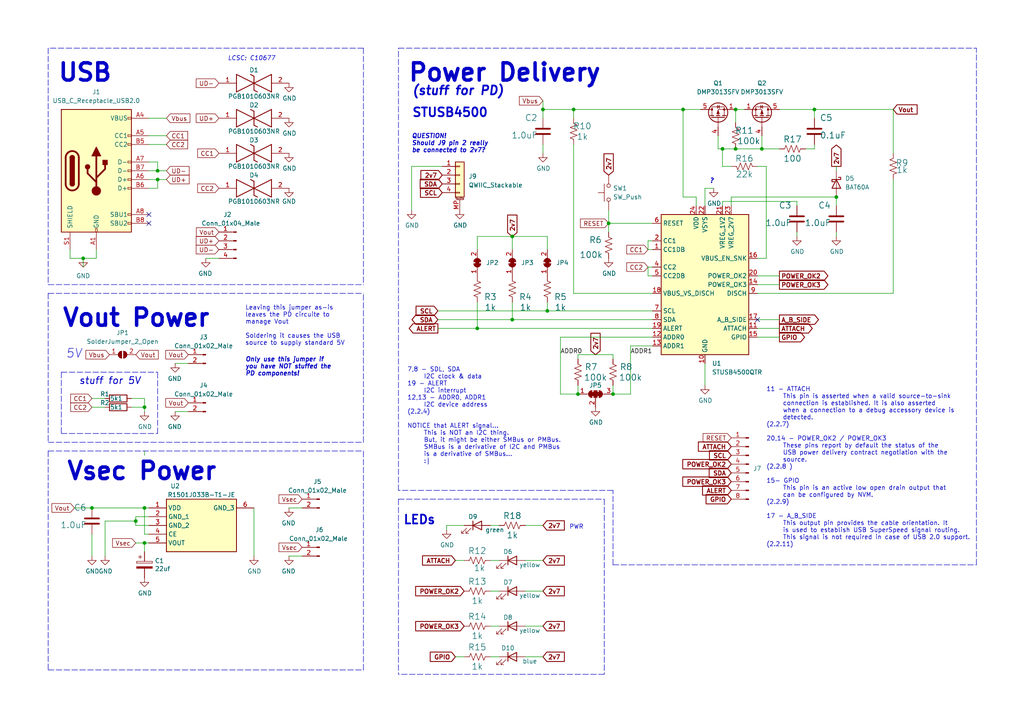
<source format=kicad_sch>
(kicad_sch (version 20211123) (generator eeschema)
  (paper "A4")
  (title_block (title "USB-C (PD) Board") (rev "0.0.1") (company "The Nerd Mage") (comment 1 "Set I2C address by cutting 1 or both links in JP5") (comment 2 "Cut all 3 links in JP2-JP4 to remove I2C pullups") (comment 3 "Stuff U1/C1 for 3v3 power supply") (comment 4 "Stuff only R1/R2 and jump JP1 for 5V (non PD) power on Vout"))
  (junction (at 177.8 114.3))
  (junction (at 157.48 31.75))
  (junction (at 220.98 43.18))
  (junction (at 138.43 95.25))
  (junction (at 213.36 43.18))
  (junction (at 166.37 31.75))
  (junction (at 26.67 147.32))
  (junction (at 41.91 157.48))
  (junction (at 39.37 151.13))
  (junction (at 176.53 64.77))
  (junction (at 198.12 31.75))
  (junction (at 167.64 114.3))
  (junction (at 45.72 49.53))
  (junction (at 236.22 31.75))
  (junction (at 213.36 31.75))
  (junction (at 158.75 90.17))
  (junction (at 242.57 57.15))
  (junction (at 41.91 147.32))
  (junction (at 45.72 52.07))
  (junction (at 24.13 74.93))
  (junction (at 148.59 92.71))
  (junction (at 148.59 68.58))
  (junction (at 209.55 43.18))
  (junction (at 41.91 118.11))
  (no_connect (at 43.18 62.23))
  (no_connect (at 43.18 64.77))
  (no_connect (at 219.71 92.71))
  (wire (pts (xy 127 95.25) (xy 138.43 95.25)))
  (wire (pts (xy 201.93 57.15) (xy 201.93 59.69)))
  (wire (pts (xy 182.88 100.33) (xy 189.23 100.33)))
  (wire (pts (xy 204.47 54.61) (xy 204.47 59.69)))
  (wire (pts (xy 41.91 157.48) (xy 41.91 160.02)))
  (wire (pts (xy 129.54 152.4) (xy 129.54 153.67)))
  (wire (pts (xy 236.22 31.75) (xy 259.08 31.75)))
  (wire (pts (xy 213.36 31.75) (xy 213.36 35.56)))
  (wire (pts (xy 54.61 119.38) (xy 50.8 119.38)))
  (polyline (pts (xy 115.57 144.78) (xy 175.26 144.78)))
  (polyline (pts (xy 105.41 13.97) (xy 105.41 82.55)))
  (wire (pts (xy 209.55 43.18) (xy 213.36 43.18)))
  (wire (pts (xy 176.53 60.96) (xy 176.53 64.77)))
  (wire (pts (xy 43.18 34.29) (xy 48.26 34.29)))
  (wire (pts (xy 43.18 154.94) (xy 41.91 154.94)))
  (wire (pts (xy 219.71 97.79) (xy 226.06 97.79)))
  (wire (pts (xy 242.57 49.53) (xy 242.57 48.26)))
  (wire (pts (xy 177.8 111.76) (xy 177.8 114.3)))
  (wire (pts (xy 219.71 82.55) (xy 226.06 82.55)))
  (wire (pts (xy 87.63 161.29) (xy 83.82 161.29)))
  (polyline (pts (xy 105.41 13.97) (xy 13.97 13.97)))
  (wire (pts (xy 198.12 31.75) (xy 203.2 31.75)))
  (polyline (pts (xy 13.97 128.27) (xy 105.41 128.27)))
  (wire (pts (xy 157.48 31.75) (xy 166.37 31.75)))
  (polyline (pts (xy 115.57 144.78) (xy 115.57 195.58)))
  (wire (pts (xy 198.12 57.15) (xy 201.93 57.15)))
  (wire (pts (xy 152.4 162.56) (xy 157.48 162.56)))
  (wire (pts (xy 127 92.71) (xy 148.59 92.71)))
  (wire (pts (xy 187.96 69.85) (xy 187.96 72.39)))
  (wire (pts (xy 158.75 72.39) (xy 158.75 68.58)))
  (polyline (pts (xy 105.41 128.27) (xy 105.41 85.09)))
  (wire (pts (xy 41.91 118.11) (xy 41.91 119.38)))
  (wire (pts (xy 142.24 171.45) (xy 144.78 171.45)))
  (polyline (pts (xy 45.72 125.73) (xy 45.72 107.95)))
  (wire (pts (xy 20.32 74.93) (xy 24.13 74.93)))
  (wire (pts (xy 45.72 49.53) (xy 48.26 49.53)))
  (wire (pts (xy 43.18 54.61) (xy 45.72 54.61)))
  (wire (pts (xy 26.67 115.57) (xy 30.48 115.57)))
  (wire (pts (xy 231.14 58.42) (xy 231.14 59.69)))
  (wire (pts (xy 158.75 87.63) (xy 158.75 90.17)))
  (polyline (pts (xy 17.78 125.73) (xy 45.72 125.73)))
  (wire (pts (xy 128.27 48.26) (xy 119.38 48.26)))
  (wire (pts (xy 129.54 152.4) (xy 134.62 152.4)))
  (wire (pts (xy 233.68 43.18) (xy 236.22 43.18)))
  (wire (pts (xy 152.4 190.5) (xy 157.48 190.5)))
  (wire (pts (xy 212.09 59.69) (xy 212.09 57.15)))
  (polyline (pts (xy 13.97 130.81) (xy 105.41 130.81)))
  (wire (pts (xy 134.62 190.5) (xy 132.08 190.5)))
  (wire (pts (xy 157.48 41.91) (xy 157.48 44.45)))
  (wire (pts (xy 167.64 111.76) (xy 167.64 114.3)))
  (wire (pts (xy 204.47 105.41) (xy 204.47 111.76)))
  (wire (pts (xy 43.18 41.91) (xy 48.26 41.91)))
  (wire (pts (xy 209.55 58.42) (xy 209.55 59.69)))
  (wire (pts (xy 148.59 68.58) (xy 138.43 68.58)))
  (polyline (pts (xy 13.97 85.09) (xy 13.97 128.27)))
  (wire (pts (xy 189.23 69.85) (xy 187.96 69.85)))
  (polyline (pts (xy 17.78 107.95) (xy 17.78 125.73)))
  (wire (pts (xy 152.4 181.61) (xy 157.48 181.61)))
  (polyline (pts (xy 175.26 195.58) (xy 115.57 195.58)))
  (wire (pts (xy 157.48 31.75) (xy 157.48 34.29)))
  (wire (pts (xy 38.1 115.57) (xy 41.91 115.57)))
  (polyline (pts (xy 13.97 194.31) (xy 105.41 194.31)))
  (wire (pts (xy 43.18 46.99) (xy 45.72 46.99)))
  (wire (pts (xy 63.5 74.93) (xy 59.69 74.93)))
  (wire (pts (xy 157.48 29.21) (xy 157.48 31.75)))
  (wire (pts (xy 138.43 87.63) (xy 138.43 95.25)))
  (wire (pts (xy 189.23 77.47) (xy 187.96 77.47)))
  (wire (pts (xy 219.71 95.25) (xy 226.06 95.25)))
  (wire (pts (xy 182.88 100.33) (xy 182.88 114.3)))
  (wire (pts (xy 177.8 102.87) (xy 177.8 104.14)))
  (wire (pts (xy 198.12 57.15) (xy 198.12 31.75)))
  (polyline (pts (xy 13.97 82.55) (xy 105.41 82.55)))
  (wire (pts (xy 45.72 52.07) (xy 48.26 52.07)))
  (wire (pts (xy 242.57 67.31) (xy 242.57 68.58)))
  (wire (pts (xy 41.91 154.94) (xy 41.91 147.32)))
  (wire (pts (xy 208.28 43.18) (xy 208.28 39.37)))
  (wire (pts (xy 24.13 74.93) (xy 24.13 77.47)))
  (wire (pts (xy 219.71 80.01) (xy 226.06 80.01)))
  (wire (pts (xy 30.48 151.13) (xy 39.37 151.13)))
  (wire (pts (xy 231.14 67.31) (xy 231.14 68.58)))
  (wire (pts (xy 43.18 52.07) (xy 45.72 52.07)))
  (wire (pts (xy 207.01 54.61) (xy 204.47 54.61)))
  (wire (pts (xy 209.55 58.42) (xy 231.14 58.42)))
  (polyline (pts (xy 115.57 142.24) (xy 115.57 13.97)))
  (polyline (pts (xy 105.41 194.31) (xy 105.41 130.81)))
  (wire (pts (xy 142.24 181.61) (xy 144.78 181.61)))
  (wire (pts (xy 259.08 52.07) (xy 259.08 85.09)))
  (wire (pts (xy 212.09 57.15) (xy 242.57 57.15)))
  (wire (pts (xy 158.75 68.58) (xy 148.59 68.58)))
  (polyline (pts (xy 13.97 130.81) (xy 13.97 194.31)))
  (wire (pts (xy 142.24 190.5) (xy 144.78 190.5)))
  (wire (pts (xy 21.59 147.32) (xy 26.67 147.32)))
  (polyline (pts (xy 115.57 13.97) (xy 283.21 13.97)))
  (polyline (pts (xy 177.8 142.24) (xy 115.57 142.24)))
  (wire (pts (xy 38.1 118.11) (xy 41.91 118.11)))
  (polyline (pts (xy 13.97 13.97) (xy 13.97 82.55)))
  (wire (pts (xy 219.71 48.26) (xy 222.25 48.26)))
  (wire (pts (xy 26.67 154.94) (xy 26.67 161.29)))
  (wire (pts (xy 213.36 31.75) (xy 215.9 31.75)))
  (wire (pts (xy 54.61 105.41) (xy 50.8 105.41)))
  (wire (pts (xy 187.96 80.01) (xy 187.96 77.47)))
  (wire (pts (xy 43.18 49.53) (xy 45.72 49.53)))
  (polyline (pts (xy 177.8 163.83) (xy 177.8 142.24)))
  (wire (pts (xy 138.43 68.58) (xy 138.43 72.39)))
  (wire (pts (xy 220.98 43.18) (xy 226.06 43.18)))
  (wire (pts (xy 148.59 68.58) (xy 148.59 72.39)))
  (wire (pts (xy 166.37 31.75) (xy 166.37 34.29)))
  (wire (pts (xy 213.36 43.18) (xy 220.98 43.18)))
  (polyline (pts (xy 17.78 107.95) (xy 45.72 107.95)))
  (wire (pts (xy 39.37 157.48) (xy 41.91 157.48)))
  (wire (pts (xy 259.08 31.75) (xy 259.08 44.45)))
  (wire (pts (xy 176.53 64.77) (xy 176.53 67.31)))
  (wire (pts (xy 152.4 152.4) (xy 157.48 152.4)))
  (wire (pts (xy 43.18 149.86) (xy 39.37 149.86)))
  (wire (pts (xy 41.91 132.08) (xy 41.91 130.81)))
  (wire (pts (xy 39.37 151.13) (xy 39.37 152.4)))
  (wire (pts (xy 27.94 72.39) (xy 27.94 74.93)))
  (wire (pts (xy 162.56 97.79) (xy 162.56 114.3)))
  (wire (pts (xy 41.91 157.48) (xy 43.18 157.48)))
  (wire (pts (xy 73.66 147.32) (xy 73.66 161.29)))
  (wire (pts (xy 24.13 74.93) (xy 27.94 74.93)))
  (wire (pts (xy 20.32 72.39) (xy 20.32 74.93)))
  (wire (pts (xy 166.37 85.09) (xy 166.37 41.91)))
  (wire (pts (xy 167.64 102.87) (xy 167.64 104.14)))
  (wire (pts (xy 142.24 152.4) (xy 144.78 152.4)))
  (wire (pts (xy 222.25 74.93) (xy 222.25 48.26)))
  (wire (pts (xy 189.23 72.39) (xy 187.96 72.39)))
  (wire (pts (xy 26.67 118.11) (xy 30.48 118.11)))
  (wire (pts (xy 39.37 149.86) (xy 39.37 151.13)))
  (wire (pts (xy 236.22 34.29) (xy 236.22 31.75)))
  (polyline (pts (xy 177.8 163.83) (xy 283.21 163.83)))
  (wire (pts (xy 148.59 92.71) (xy 189.23 92.71)))
  (wire (pts (xy 177.8 114.3) (xy 182.88 114.3)))
  (wire (pts (xy 189.23 80.01) (xy 187.96 80.01)))
  (wire (pts (xy 132.08 162.56) (xy 134.62 162.56)))
  (wire (pts (xy 219.71 74.93) (xy 222.25 74.93)))
  (wire (pts (xy 119.38 48.26) (xy 119.38 60.96)))
  (wire (pts (xy 167.64 114.3) (xy 162.56 114.3)))
  (wire (pts (xy 220.98 39.37) (xy 220.98 43.18)))
  (wire (pts (xy 39.37 152.4) (xy 43.18 152.4)))
  (wire (pts (xy 45.72 54.61) (xy 45.72 52.07)))
  (wire (pts (xy 166.37 85.09) (xy 189.23 85.09)))
  (wire (pts (xy 209.55 48.26) (xy 212.09 48.26)))
  (wire (pts (xy 138.43 95.25) (xy 189.23 95.25)))
  (wire (pts (xy 177.8 102.87) (xy 167.64 102.87)))
  (wire (pts (xy 236.22 31.75) (xy 226.06 31.75)))
  (wire (pts (xy 162.56 97.79) (xy 189.23 97.79)))
  (wire (pts (xy 242.57 57.15) (xy 242.57 59.69)))
  (wire (pts (xy 219.71 92.71) (xy 226.06 92.71)))
  (wire (pts (xy 152.4 171.45) (xy 157.48 171.45)))
  (polyline (pts (xy 175.26 144.78) (xy 175.26 195.58)))
  (wire (pts (xy 209.55 43.18) (xy 209.55 48.26)))
  (wire (pts (xy 259.08 85.09) (xy 219.71 85.09)))
  (wire (pts (xy 30.48 161.29) (xy 30.48 151.13)))
  (wire (pts (xy 43.18 39.37) (xy 48.26 39.37)))
  (wire (pts (xy 45.72 46.99) (xy 45.72 49.53)))
  (wire (pts (xy 209.55 43.18) (xy 208.28 43.18)))
  (wire (pts (xy 176.53 64.77) (xy 189.23 64.77)))
  (wire (pts (xy 41.91 147.32) (xy 43.18 147.32)))
  (polyline (pts (xy 283.21 163.83) (xy 283.21 13.97)))
  (polyline (pts (xy 13.97 85.09) (xy 105.41 85.09)))
  (wire (pts (xy 41.91 115.57) (xy 41.91 118.11)))
  (wire (pts (xy 166.37 31.75) (xy 198.12 31.75)))
  (wire (pts (xy 236.22 43.18) (xy 236.22 41.91)))
  (wire (pts (xy 148.59 87.63) (xy 148.59 92.71)))
  (wire (pts (xy 142.24 162.56) (xy 144.78 162.56)))
  (wire (pts (xy 158.75 90.17) (xy 189.23 90.17)))
  (wire (pts (xy 127 90.17) (xy 158.75 90.17)))
  (wire (pts (xy 87.63 147.32) (xy 83.82 147.32)))
  (wire (pts (xy 26.67 147.32) (xy 41.91 147.32)))
  (text "Vsec Power" (at 19.05 139.7 0) (effects (font (size 5 5) (thickness 1) bold) (justify left bottom)))
  (text "Vout Power" (at 17.78 95.25 0) (effects (font (size 5 5) (thickness 1) bold) (justify left bottom)))
  (text "Only use this jumper if\nyou have NOT stuffed the\nPD components!" (at 71.12 109.22 0) (effects (font (size 1.27 1.27) (thickness 0.254) bold italic) (justify left bottom)))
  (text "QUESTION!\nShould J9 pin 2 really\nbe connected to 2v7?" (at 119.38 44.45 0) (effects (font (size 1.27 1.27) (thickness 0.254) bold italic) (justify left bottom)))
  (text "stuff for 5V" (at 22.86 111.76 0) (effects (font (size 2 2) (thickness 0.254) bold italic) (justify left bottom)))
  (text "?" (at 205.74 53.34 0) (effects (font (size 1.27 1.27) (thickness 0.254) bold italic) (justify left bottom)))
  (text "STUSB4500" (at 119.38 34.29 180) (effects (font (size 2.54 2.54) (thickness 0.508) bold) (justify left bottom)))
  (text "LCSC: C10677" (at 66.04 17.78 0) (effects (font (size 1.27 1.27) italic) (justify left bottom)))
  (text "USB" (at 16.51 24.13 0) (effects (font (size 5 5) (thickness 1) bold) (justify left bottom)))
  (text "7,8 - SDL, SDA\n	I2C clock & data\n19 - ALERT\n	I2C interrupt\n12,13 - ADDR0, ADDR1\n	I2C device address\n(2.2.4)\n\nNOTICE that ALERT signal...\n	This is NOT an I2C thing.\n	But, it might be either SMBus or PMBus.\n	SMBus is a derivative of I2C and PMBus\n	is a derivative of SMBus...\n	:|" (at 118.11 134.62 0) (effects (font (size 1.27 1.27)) (justify left bottom)))
  (text "(stuff for PD)" (at 119.38 27.94 0) (effects (font (size 2.54 2.54) (thickness 0.508) bold italic) (justify left bottom)))
  (text "Power Delivery" (at 118.11 24.13 0) (effects (font (size 5 5) (thickness 1) bold) (justify left bottom)))
  (text "Leaving this jumper as-is\nleaves the PD circuite to\nmanage Vout\n\nSoldering it causes the USB\nsource to supply standard 5V" (at 71.12 100.33 0) (effects (font (size 1.27 1.27)) (justify left bottom)))
  (text "PWR" (at 165.1 153.67 0) (effects (font (size 1.27 1.27)) (justify left bottom)))
  (text "5V" (at 19.05 104.14 0) (effects (font (size 2.54 2.54) italic) (justify left bottom)))
  (text "11 - ATTACH\n	This pin is asserted when a valid source-to-sink\n	connection is established. It is also asserted\n	when a connection to a debug accessory device is\n	detected.\n(2.2.7)\n\n20,14 - POWER_OK2 / POWER_OK3\n	These pins report by default the status of the\n	USB power delivery contract negotiation with the\n	source.\n(2.2.8 )\n\n15- GPIO\n	This pin is an active low open drain output that\n	can be configured by NVM.\n(2.2.9)\n\n17 - A_B_SIDE\n	This output pin provides the cable orientation. It\n	is used to establish USB SuperSpeed signal routing.\n	This signal is not required in case of USB 2.0 support.\n(2.2.11)" (at 222.25 158.75 0) (effects (font (size 1.27 1.27)) (justify left bottom)))
  (text "LEDs" (at 116.84 152.4 180) (effects (font (size 2.54 2.54) (thickness 0.508) bold) (justify left bottom)))
  (label "ADDR1" (at 182.88 102.87 0))
  (label "ADDR0" (at 162.56 102.87 0))
  (global_label "2v7" (shape input) (at 157.48 190.5 0) (effects (font (thickness 0.254) bold)) (property "Intersheet References" "${INTERSHEET_REFS}" (effects hide)))
  (global_label "Vbus" (shape input) (at 31.75 102.87 180) (property "Intersheet References" "${INTERSHEET_REFS}" (effects hide)))
  (global_label "Vout" (shape input) (at 39.37 102.87 0) (property "Intersheet References" "${INTERSHEET_REFS}" (effects hide)))
  (global_label "SDA" (shape input) (at 212.09 137.16 180) (effects (font bold)) (property "Intersheet References" "${INTERSHEET_REFS}" (effects hide)))
  (global_label "GPIO" (shape output) (at 226.06 97.79 0) (effects (font (thickness 0.254) bold)) (property "Intersheet References" "${INTERSHEET_REFS}" (effects hide)))
  (global_label "CC2" (shape input) (at 187.96 77.47 180) (property "Intersheet References" "${INTERSHEET_REFS}" (effects hide)))
  (global_label "SCL" (shape input) (at 127 90.17 180) (effects (font (thickness 0.254) bold)) (property "Intersheet References" "${INTERSHEET_REFS}" (effects hide)))
  (global_label "Vout" (shape input) (at 21.59 147.32 180) (property "Intersheet References" "${INTERSHEET_REFS}" (effects hide)))
  (global_label "2v7" (shape output) (at 242.57 48.26 90) (effects (font (thickness 0.254) bold)) (property "Intersheet References" "${INTERSHEET_REFS}" (effects hide)))
  (global_label "2v7" (shape input) (at 128.27 50.8 180) (effects (font (thickness 0.254) bold)) (property "Intersheet References" "${INTERSHEET_REFS}" (effects hide)))
  (global_label "CC1" (shape input) (at 187.96 72.39 180) (property "Intersheet References" "${INTERSHEET_REFS}" (effects hide)))
  (global_label "ATTACH" (shape input) (at 132.08 162.56 180) (effects (font (thickness 0.254) bold)) (property "Intersheet References" "${INTERSHEET_REFS}" (effects hide)))
  (global_label "RESET" (shape input) (at 212.09 127 180) (property "Intersheet References" "${INTERSHEET_REFS}" (effects hide)))
  (global_label "Vsec" (shape input) (at 39.37 157.48 180) (property "Intersheet References" "${INTERSHEET_REFS}" (effects hide)))
  (global_label "Vout" (shape input) (at 63.5 67.31 180) (property "Intersheet References" "${INTERSHEET_REFS}" (effects hide)))
  (global_label "2v7" (shape input) (at 157.48 152.4 0) (effects (font (thickness 0.254) bold)) (property "Intersheet References" "${INTERSHEET_REFS}" (effects hide)))
  (global_label "RESET" (shape input) (at 176.53 64.77 180) (property "Intersheet References" "${INTERSHEET_REFS}" (effects hide)))
  (global_label "Vout" (shape input) (at 54.61 102.87 180) (property "Intersheet References" "${INTERSHEET_REFS}" (effects hide)))
  (global_label "SCL" (shape input) (at 212.09 132.08 180) (effects (font (thickness 0.254) bold)) (property "Intersheet References" "${INTERSHEET_REFS}" (effects hide)))
  (global_label "Vout" (shape input) (at 259.08 31.75 0) (effects (font (thickness 0.254) bold)) (property "Intersheet References" "${INTERSHEET_REFS}" (effects hide)))
  (global_label "POWER_OK3" (shape input) (at 134.62 181.61 180) (effects (font (thickness 0.254) bold)) (property "Intersheet References" "${INTERSHEET_REFS}" (effects hide)))
  (global_label "POWER_OK3" (shape input) (at 212.09 139.7 180) (effects (font (thickness 0.254) bold)) (property "Intersheet References" "${INTERSHEET_REFS}" (effects hide)))
  (global_label "Vsec" (shape input) (at 87.63 144.78 180) (property "Intersheet References" "${INTERSHEET_REFS}" (effects hide)))
  (global_label "UD+" (shape input) (at 48.26 52.07 0) (property "Intersheet References" "${INTERSHEET_REFS}" (effects hide)))
  (global_label "ATTACH" (shape input) (at 212.09 129.54 180) (effects (font (thickness 0.254) bold)) (property "Intersheet References" "${INTERSHEET_REFS}" (effects hide)))
  (global_label "CC1" (shape input) (at 48.26 39.37 0) (property "Intersheet References" "${INTERSHEET_REFS}" (effects hide)))
  (global_label "UD-" (shape input) (at 63.5 72.39 180) (property "Intersheet References" "${INTERSHEET_REFS}" (effects hide)))
  (global_label "Vout" (shape input) (at 54.61 116.84 180) (property "Intersheet References" "${INTERSHEET_REFS}" (effects hide)))
  (global_label "A_B_SIDE" (shape output) (at 226.06 92.71 0) (effects (font (thickness 0.254) bold)) (property "Intersheet References" "${INTERSHEET_REFS}" (effects hide)))
  (global_label "2v7" (shape input) (at 157.48 181.61 0) (effects (font (thickness 0.254) bold)) (property "Intersheet References" "${INTERSHEET_REFS}" (effects hide)))
  (global_label "CC2" (shape input) (at 63.5 54.61 180) (property "Intersheet References" "${INTERSHEET_REFS}" (effects hide)))
  (global_label "UD+" (shape input) (at 63.5 34.29 180) (property "Intersheet References" "${INTERSHEET_REFS}" (effects hide)))
  (global_label "2v7" (shape input) (at 157.48 162.56 0) (effects (font (thickness 0.254) bold)) (property "Intersheet References" "${INTERSHEET_REFS}" (effects hide)))
  (global_label "SDA" (shape bidirectional) (at 127 92.71 180) (effects (font bold)) (property "Intersheet References" "${INTERSHEET_REFS}" (effects hide)))
  (global_label "ALERT" (shape input) (at 212.09 142.24 180) (effects (font bold)) (property "Intersheet References" "${INTERSHEET_REFS}" (effects hide)))
  (global_label "POWER_OK2" (shape output) (at 226.06 80.01 0) (effects (font (thickness 0.254) bold)) (property "Intersheet References" "${INTERSHEET_REFS}" (effects hide)))
  (global_label "2v7" (shape input) (at 157.48 171.45 0) (effects (font (thickness 0.254) bold)) (property "Intersheet References" "${INTERSHEET_REFS}" (effects hide)))
  (global_label "CC2" (shape input) (at 48.26 41.91 0) (property "Intersheet References" "${INTERSHEET_REFS}" (effects hide)))
  (global_label "POWER_OK3" (shape output) (at 226.06 82.55 0) (effects (font (thickness 0.254) bold)) (property "Intersheet References" "${INTERSHEET_REFS}" (effects hide)))
  (global_label "ATTACH" (shape output) (at 226.06 95.25 0) (effects (font (thickness 0.254) bold)) (property "Intersheet References" "${INTERSHEET_REFS}" (effects hide)))
  (global_label "ALERT" (shape output) (at 127 95.25 180) (effects (font bold)) (property "Intersheet References" "${INTERSHEET_REFS}" (effects hide)))
  (global_label "SDA" (shape input) (at 128.27 53.34 180) (effects (font bold)) (property "Intersheet References" "${INTERSHEET_REFS}" (effects hide)))
  (global_label "UD-" (shape input) (at 48.26 49.53 0) (property "Intersheet References" "${INTERSHEET_REFS}" (effects hide)))
  (global_label "2v7" (shape input) (at 172.72 102.87 90) (effects (font (thickness 0.254) bold)) (property "Intersheet References" "${INTERSHEET_REFS}" (effects hide)))
  (global_label "2v7" (shape input) (at 148.59 68.58 90) (effects (font (thickness 0.254) bold)) (property "Intersheet References" "${INTERSHEET_REFS}" (effects hide)))
  (global_label "GPIO" (shape input) (at 132.08 190.5 180) (effects (font (thickness 0.254) bold)) (property "Intersheet References" "${INTERSHEET_REFS}" (effects hide)))
  (global_label "Vsec" (shape input) (at 87.63 158.75 180) (property "Intersheet References" "${INTERSHEET_REFS}" (effects hide)))
  (global_label "CC2" (shape input) (at 26.67 118.11 180) (property "Intersheet References" "${INTERSHEET_REFS}" (effects hide)))
  (global_label "Vbus" (shape input) (at 157.48 29.21 180) (property "Intersheet References" "${INTERSHEET_REFS}" (effects hide)))
  (global_label "SCL" (shape input) (at 128.27 55.88 180) (effects (font (thickness 0.254) bold)) (property "Intersheet References" "${INTERSHEET_REFS}" (effects hide)))
  (global_label "POWER_OK2" (shape input) (at 212.09 134.62 180) (effects (font (thickness 0.254) bold)) (property "Intersheet References" "${INTERSHEET_REFS}" (effects hide)))
  (global_label "2v7" (shape input) (at 176.53 50.8 90) (effects (font (thickness 0.254) bold)) (property "Intersheet References" "${INTERSHEET_REFS}" (effects hide)))
  (global_label "CC1" (shape input) (at 63.5 44.45 180) (property "Intersheet References" "${INTERSHEET_REFS}" (effects hide)))
  (global_label "GPIO" (shape input) (at 212.09 144.78 180) (effects (font (thickness 0.254) bold)) (property "Intersheet References" "${INTERSHEET_REFS}" (effects hide)))
  (global_label "Vbus" (shape input) (at 48.26 34.29 0) (property "Intersheet References" "${INTERSHEET_REFS}" (effects hide)))
  (global_label "UD-" (shape input) (at 63.5 24.13 180) (property "Intersheet References" "${INTERSHEET_REFS}" (effects hide)))
  (global_label "UD+" (shape input) (at 63.5 69.85 180) (property "Intersheet References" "${INTERSHEET_REFS}" (effects hide)))
  (global_label "POWER_OK2" (shape input) (at 134.62 171.45 180) (effects (font (thickness 0.254) bold)) (property "Intersheet References" "${INTERSHEET_REFS}" (effects hide)))
  (global_label "CC1" (shape input) (at 26.67 115.57 180) (property "Intersheet References" "${INTERSHEET_REFS}" (effects hide)))
  (symbol (lib_id "Diode:BAT60A") (at 242.57 53.34 270) (unit 1)
    (property "Reference" "D5" (at 245.11 51.7524 90) (effects (justify left)))
    (property "Value" "BAT60A" (at 245.11 54.2924 90) (effects (justify left)))
    (property "Footprint" "Diode_SMD:D_SOD-323" (effects hide))
    (property "Datasheet" "https://www.infineon.com/dgdl/Infineon-BAT60ASERIES-DS-v01_01-en.pdf?fileId=db3a304313d846880113def70c9304a9" (effects hide))
    (property "Vendor" "LCSC C5355496" (effects hide))
  )
  (symbol (lib_id "Jumper:SolderJumper_3_Bridged123") (at 172.72 114.3 0) (unit 1) (in_bom no)
    (property "Reference" "JP5" (at 172.72 111.76 0))
    (property "Value" "SolderJumper_3_Bridged123" (effects hide))
    (property "Footprint" "Tinker:SolderJumper-3_P1.3mm_Bridged123_Pad1.0x1.5mm" (effects hide))
  )
  (symbol (lib_id "Connector_QWIIC_Stackable:QWIIC_Stackable") (at 133.35 50.8 0) (unit 1) (in_bom no) (on_board no)
    (property "Reference" "J9" (at 135.89 51.1555 0) (effects (justify left)))
    (property "Value" "QWIIC_Stackable" (at 135.89 53.6955 0) (effects (justify left)))
    (property "Footprint" "Tinker:QWIIC_Stackable" (effects hide))
    (property "Vendor" "LCSC C145956, " (effects hide))
  )
  (symbol (lib_id "Device:LED") (at 148.59 190.5 0) (unit 1) (in_bom no) (on_board no)
    (property "Reference" "D10" (at 147.32 187.96 0))
    (property "Value" "blue" (at 153.67 191.77 0))
    (property "Footprint" "LED_SMD:LED_0603_1608Metric" (effects hide))
    (property "Vendor" "LCSC C434420" (effects hide))
  )
  (symbol (lib_id "Device:LED") (at 148.59 171.45 0) (unit 1)
    (property "Reference" "D7" (at 147.32 168.91 0))
    (property "Value" "yellow" (at 153.67 172.72 0))
    (property "Footprint" "LED_SMD:LED_0603_1608Metric" (effects hide))
    (property "Vendor" "LCSC C434424" (effects hide))
  )
  (symbol (lib_id "Device:C") (at 157.48 38.1 0) (mirror y) (unit 1)
    (property "Reference" "C2" (at 155.956 35.179 0) (effects (font (size 1.778 1.778)) (justify left bottom)))
    (property "Value" "1.0uF" (at 155.956 40.259 0) (effects (font (size 1.778 1.778)) (justify left bottom)))
    (property "Footprint" "Capacitor_SMD:C_0603_1608Metric" (effects hide))
    (property "Vendor" "LCSC C559769" (effects hide))
  )
  (symbol (lib_id "power:GND") (at 30.48 161.29 0) (unit 1)
    (property "Reference" "#PWR0111" (effects hide))
    (property "Value" "GND" (at 30.607 165.6842 0))
  )
  (symbol (lib_id "R1501J033B-T1-JE:R1501J033B-T1-JE") (at 43.18 147.32 0) (unit 1)
    (property "Reference" "U2" (at 50.8 140.97 0))
    (property "Value" "R1501J033B-T1-JE" (at 58.42 143.51 0))
    (property "Footprint" "Tinker:R1501J033BT1JE" (effects hide))
    (property "Reference_1" "IC" (effects hide))
    (property "Value_1" "R1501J033B-T1-JE" (effects hide))
    (property "Footprint_1" "R1501J033BT1JE" (effects hide))
    (property "Datasheet_1" "https://www.nisshinbo-microdevices.co.jp/en/pdf/datasheet/r1501-ec.pdf" (effects hide))
    (property "Height" "2.627" (effects hide))
    (property "Manufacturer_Name" "Nisshinbo" (effects hide))
    (property "Manufacturer_Part_Number" "R1501J033B-T1-JE" (effects hide))
  )
  (symbol (lib_id "Device:C") (at 242.57 63.5 0) (mirror y) (unit 1)
    (property "Reference" "C4" (at 241.046 60.579 0) (effects (font (size 1.778 1.778)) (justify left bottom)))
    (property "Value" "1.0uF" (at 241.046 65.659 0) (effects (font (size 1.778 1.778)) (justify left bottom)))
    (property "Footprint" "Capacitor_SMD:C_0603_1608Metric" (effects hide))
    (property "Vendor" "LCSC C559769" (effects hide))
  )
  (symbol (lib_id "PGB1010603NR:PGB1010603NR") (at 63.5 44.45 0) (unit 1)
    (property "Reference" "D3" (at 73.66 40.64 0))
    (property "Value" "PGB1010603NR" (at 73.66 48.26 0))
    (property "Footprint" "Tinker:PGB1010603NRHF" (effects hide))
    (property "Reference_1" "D" (effects hide))
    (property "Value_1" "PGB1010603NR" (effects hide))
    (property "Footprint_1" "PGB1010603NRHF" (effects hide))
    (property "Datasheet_1" "https://www.littelfuse.com/data/en/data_sheets/littelfuse_pulseguard-esd_pgb1.pdf" (effects hide))
    (property "Height" "0.36" (effects hide))
    (property "Manufacturer_Name" "LITTELFUSE" (effects hide))
    (property "Manufacturer_Part_Number" "PGB1010603NR" (effects hide))
    (property "Mouser Part Number" "576-PGB1010603NR" (effects hide))
    (property "Mouser Price/Stock" "https://www.mouser.co.uk/ProductDetail/Littelfuse/PGB1010603NR?qs=gu7KAQ731UTJOoBJUwB8FA%3D%3D" (effects hide))
    (property "Arrow Part Number" "PGB1010603NR" (effects hide))
    (property "Arrow Price/Stock" "https://www.arrow.com/en/products/pgb1010603nr/littelfuse?region=nac" (effects hide))
    (property "Vendor" "LCSC C10677" (effects hide))
  )
  (symbol (lib_id "Device:R_US") (at 229.87 43.18 90) (unit 1)
    (property "Reference" "R17" (at 229.87 39.37 90) (effects (font (size 1.778 1.778)) (justify bottom)))
    (property "Value" "100" (at 229.87 46.99 90) (effects (font (size 1.778 1.778)) (justify top)))
    (property "Footprint" "Resistor_SMD:R_0603_1608Metric" (effects hide))
    (property "Vendor" "LCSC C22775" (effects hide))
  )
  (symbol (lib_id "Device:R_US") (at 213.36 39.37 180) (unit 1)
    (property "Reference" "R11" (at 215.9 36.83 0) (effects (font (size 1.778 1.778)) (justify bottom)))
    (property "Value" "100k" (at 217.17 41.91 0) (effects (font (size 1.778 1.778)) (justify top)))
    (property "Footprint" "Resistor_SMD:R_0603_1608Metric" (effects hide))
    (property "Vendor" "LCSC C25803" (effects hide))
  )
  (symbol (lib_id "Device:LED") (at 138.43 152.4 0) (unit 1)
    (property "Reference" "D9" (at 137.16 149.86 0))
    (property "Value" "green" (at 143.51 153.67 0))
    (property "Footprint" "LED_SMD:LED_0603_1608Metric" (effects hide))
    (property "Vendor" "LCSC C434420" (effects hide))
  )
  (symbol (lib_id "Device:LED") (at 148.59 162.56 0) (unit 1)
    (property "Reference" "D6" (at 147.32 160.02 0))
    (property "Value" "yellow" (at 153.67 163.83 0))
    (property "Footprint" "LED_SMD:LED_0603_1608Metric" (effects hide))
    (property "Vendor" "LCSC C434421" (effects hide))
  )
  (symbol (lib_id "Device:C") (at 231.14 63.5 0) (mirror y) (unit 1)
    (property "Reference" "C3" (at 229.616 60.579 0) (effects (font (size 1.778 1.778)) (justify left bottom)))
    (property "Value" "1.0uF" (at 229.616 65.659 0) (effects (font (size 1.778 1.778)) (justify left bottom)))
    (property "Footprint" "Capacitor_SMD:C_0603_1608Metric" (effects hide))
    (property "Vendor" "LCSC C559769" (effects hide))
  )
  (symbol (lib_id "PGB1010603NR:PGB1010603NR") (at 63.5 24.13 0) (unit 1)
    (property "Reference" "D1" (at 73.66 20.32 0))
    (property "Value" "PGB1010603NR" (at 73.66 27.94 0))
    (property "Footprint" "Tinker:PGB1010603NRHF" (effects hide))
    (property "Reference_1" "D" (effects hide))
    (property "Value_1" "PGB1010603NR" (effects hide))
    (property "Footprint_1" "PGB1010603NRHF" (effects hide))
    (property "Datasheet_1" "https://www.littelfuse.com/data/en/data_sheets/littelfuse_pulseguard-esd_pgb1.pdf" (effects hide))
    (property "Height" "0.36" (effects hide))
    (property "Manufacturer_Name" "LITTELFUSE" (effects hide))
    (property "Manufacturer_Part_Number" "PGB1010603NR" (effects hide))
    (property "Mouser Part Number" "576-PGB1010603NR" (effects hide))
    (property "Mouser Price/Stock" "https://www.mouser.co.uk/ProductDetail/Littelfuse/PGB1010603NR?qs=gu7KAQ731UTJOoBJUwB8FA%3D%3D" (effects hide))
    (property "Arrow Part Number" "PGB1010603NR" (effects hide))
    (property "Arrow Price/Stock" "https://www.arrow.com/en/products/pgb1010603nr/littelfuse?region=nac" (effects hide))
    (property "Vendor" "LCSC C10677" (effects hide))
  )
  (symbol (lib_id "power:GND") (at 26.67 161.29 0) (unit 1)
    (property "Reference" "#PWR0122" (effects hide))
    (property "Value" "GND" (at 26.797 165.6842 0))
  )
  (symbol (lib_id "Connector:Conn_01x02_Male") (at 59.69 102.87 0) (mirror y) (unit 1)
    (property "Reference" "J3" (at 59.055 97.79 0))
    (property "Value" "Conn_01x02_Male" (at 59.055 100.33 0))
    (property "Footprint" "Tinker:PinHeader_1x02_P2.54mm_Vertical" (effects hide))
  )
  (symbol (lib_id "power:GND") (at 176.53 74.93 0) (unit 1)
    (property "Reference" "#PWR0116" (effects hide))
    (property "Value" "GND" (at 176.657 79.3242 0))
  )
  (symbol (lib_id "Connector:USB_C_Receptacle_USB2.0") (at 27.94 49.53 0) (unit 1)
    (property "Reference" "J1" (at 27.94 26.67 0))
    (property "Value" "USB_C_Receptacle_USB2.0" (at 27.94 29.21 0))
    (property "Footprint" "Tinker:USB_C_Receptacle_HRO_TYPE-C-31-M-12" (effects hide))
    (property "Datasheet" "https://www.usb.org/sites/default/files/documents/usb_type-c.zip" (effects hide))
    (property "Vendor" "LCSC C2765186" (effects hide))
  )
  (symbol (lib_id "power:GND") (at 204.47 111.76 0) (unit 1)
    (property "Reference" "#PWR0113" (effects hide))
    (property "Value" "GND" (at 204.597 116.1542 0))
  )
  (symbol (lib_id "Device:CP") (at 41.91 163.83 0) (unit 1)
    (property "Reference" "C1" (at 44.9072 162.6616 0) (effects (justify left)))
    (property "Value" "22uf" (at 44.9072 164.973 0) (effects (justify left)))
    (property "Footprint" "Tinker:CP_EIA-6032-28-Tantalumm_HandSolder" (effects hide))
    (property "Datasheet" "http://datasheets.avx.com/TAJ.pdf" (effects hide))
    (property "P/N" "TAJB226M010RNJ" (effects hide))
    (property "Vendor" "LCSC C89246" (effects hide))
  )
  (symbol (lib_id "power:GND") (at 59.69 74.93 0) (mirror y) (unit 1)
    (property "Reference" "#PWR0106" (effects hide))
    (property "Value" "GND" (at 59.563 79.3242 0))
  )
  (symbol (lib_id "Device:R_US") (at 138.43 162.56 90) (unit 1)
    (property "Reference" "R12" (at 138.43 158.75 90) (effects (font (size 1.778 1.778)) (justify bottom)))
    (property "Value" "1k" (at 139.065 165.735 90) (effects (font (size 1.778 1.778)) (justify top)))
    (property "Footprint" "Resistor_SMD:R_0603_1608Metric" (effects hide))
    (property "Vendor" "LCSC C21190" (effects hide))
  )
  (symbol (lib_id "Device:R_US") (at 167.64 107.95 180) (unit 1)
    (property "Reference" "R7" (at 171.45 105.41 0) (effects (font (size 1.778 1.778)) (justify bottom)))
    (property "Value" "100k" (at 172.72 110.49 0) (effects (font (size 1.778 1.778)) (justify top)))
    (property "Footprint" "Resistor_SMD:R_0603_1608Metric" (effects hide))
    (property "Vendor" "LCSC C25803" (effects hide))
  )
  (symbol (lib_id "Transistor_FET:DMP3013SFV") (at 208.28 34.29 90) (unit 1)
    (property "Reference" "Q1" (at 208.28 24.13 90))
    (property "Value" "DMP3013SFV" (at 208.28 26.67 90))
    (property "Footprint" "Tinker:Diodes_PowerDI3333-8" (effects hide))
    (property "Datasheet" "https://www.diodes.com/assets/Datasheets/DMP3013SFV.pdf" (effects hide))
    (property "Vendor" "LCSC C264098" (effects hide))
  )
  (symbol (lib_id "Device:R_US") (at 158.75 83.82 180) (unit 1)
    (property "Reference" "R5" (at 162.56 85.09 0) (effects (font (size 1.778 1.778)) (justify bottom)))
    (property "Value" "1k" (at 162.56 90.17 0) (effects (font (size 1.778 1.778)) (justify top)))
    (property "Footprint" "Resistor_SMD:R_0603_1608Metric" (effects hide))
    (property "Vendor" "LCSC C21190" (effects hide))
  )
  (symbol (lib_id "Jumper:SolderJumper_2_Bridged") (at 138.43 76.2 90) (unit 1)
    (property "Reference" "JP2" (at 140.97 76.1999 90) (effects (justify right)))
    (property "Value" "SolderJumper_2_Bridged" (effects hide))
    (property "Footprint" "Tinker:SolderJumper-2_P_Bridged_Rounded_skinny" (effects hide))
  )
  (symbol (lib_id "power:GND") (at 73.66 161.29 0) (unit 1)
    (property "Reference" "#PWR0121" (effects hide))
    (property "Value" "GND" (at 73.787 165.6842 0))
  )
  (symbol (lib_id "Connector:Conn_01x02_Male") (at 59.69 116.84 0) (mirror y) (unit 1)
    (property "Reference" "J4" (at 59.055 111.76 0))
    (property "Value" "Conn_01x02_Male" (at 59.055 114.3 0))
    (property "Footprint" "Tinker:PinHeader_1x02_P2.54mm_Vertical" (effects hide))
  )
  (symbol (lib_id "power:GND") (at 83.82 44.45 0) (unit 1)
    (property "Reference" "#PWR0109" (effects hide))
    (property "Value" "GND" (at 83.947 48.8442 0))
  )
  (symbol (lib_id "Jumper:SolderJumper_2_Open") (at 35.56 102.87 0) (unit 1) (in_bom no)
    (property "Reference" "JP1" (at 35.56 96.52 0))
    (property "Value" "SolderJumper_2_Open" (at 35.56 99.06 0))
    (property "Footprint" "Tinker:SolderJumper-2_P_Open_Rounded_skinny" (effects hide))
  )
  (symbol (lib_id "power:GND") (at 83.82 24.13 0) (unit 1)
    (property "Reference" "#PWR0107" (effects hide))
    (property "Value" "GND" (at 83.947 28.5242 0))
  )
  (symbol (lib_id "power:GND") (at 24.13 74.93 0) (unit 1)
    (property "Reference" "#PWR0101" (effects hide))
    (property "Value" "GND" (at 24.13 80.01 0))
  )
  (symbol (lib_id "Device:R_US") (at 166.37 38.1 180) (unit 1)
    (property "Reference" "R10" (at 168.91 35.56 0) (effects (font (size 1.778 1.778)) (justify bottom)))
    (property "Value" "1k" (at 168.91 40.64 0) (effects (font (size 1.778 1.778)) (justify top)))
    (property "Footprint" "Resistor_SMD:R_0603_1608Metric" (effects hide))
    (property "Vendor" "LCSC C21190" (effects hide))
  )
  (symbol (lib_id "Device:R_US") (at 148.59 83.82 180) (unit 1)
    (property "Reference" "R4" (at 152.4 85.09 0) (effects (font (size 1.778 1.778)) (justify bottom)))
    (property "Value" "1k" (at 152.4 90.17 0) (effects (font (size 1.778 1.778)) (justify top)))
    (property "Footprint" "Resistor_SMD:R_0603_1608Metric" (effects hide))
    (property "Vendor" "LCSC C21190" (effects hide))
  )
  (symbol (lib_id "power:GND") (at 231.14 68.58 0) (unit 1)
    (property "Reference" "#PWR0114" (effects hide))
    (property "Value" "GND" (at 231.267 72.9742 0))
  )
  (symbol (lib_id "Device:R_US") (at 259.08 48.26 0) (mirror y) (unit 1)
    (property "Reference" "R9" (at 261.62 48.26 0) (effects (font (size 1.778 1.778)) (justify bottom)))
    (property "Value" "1k" (at 261.62 48.26 0) (effects (font (size 1.778 1.778)) (justify top)))
    (property "Footprint" "Resistor_SMD:R_0603_1608Metric" (effects hide))
    (property "Vendor" "LCSC C21190" (effects hide))
  )
  (symbol (lib_id "power:GND") (at 50.8 105.41 0) (mirror y) (unit 1)
    (property "Reference" "#PWR0104" (effects hide))
    (property "Value" "GND" (at 50.673 109.8042 0))
  )
  (symbol (lib_id "power:GND") (at 83.82 34.29 0) (unit 1)
    (property "Reference" "#PWR0108" (effects hide))
    (property "Value" "GND" (at 83.947 38.6842 0))
  )
  (symbol (lib_id "Device:LED") (at 148.59 181.61 0) (unit 1)
    (property "Reference" "D8" (at 147.32 179.07 0))
    (property "Value" "yellow" (at 153.67 182.88 0))
    (property "Footprint" "LED_SMD:LED_0603_1608Metric" (effects hide))
    (property "Vendor" "LCSC C434424" (effects hide))
  )
  (symbol (lib_id "power:GND") (at 157.48 44.45 0) (unit 1)
    (property "Reference" "#PWR0112" (effects hide))
    (property "Value" "GND" (at 157.607 48.8442 0))
  )
  (symbol (lib_id "Jumper:SolderJumper_2_Bridged") (at 148.59 76.2 90) (unit 1)
    (property "Reference" "JP3" (at 151.13 76.1999 90) (effects (justify right)))
    (property "Value" "SolderJumper_2_Bridged" (effects hide))
    (property "Footprint" "Tinker:SolderJumper-2_P_Bridged_Rounded_skinny" (effects hide))
  )
  (symbol (lib_id "power:GND") (at 172.72 118.11 0) (unit 1)
    (property "Reference" "#PWR0119" (effects hide))
    (property "Value" "GND" (at 172.847 122.5042 0))
  )
  (symbol (lib_id "power:GND") (at 83.82 161.29 0) (mirror y) (unit 1)
    (property "Reference" "#PWR0103" (effects hide))
    (property "Value" "GND" (at 83.693 165.6842 0))
  )
  (symbol (lib_id "power:GND") (at 83.82 54.61 0) (unit 1)
    (property "Reference" "#PWR0117" (effects hide))
    (property "Value" "GND" (at 83.82 58.42 0))
  )
  (symbol (lib_id "Connector:Conn_01x08_Male") (at 217.17 134.62 0) (mirror y) (unit 1)
    (property "Reference" "J7" (at 218.44 135.8899 0) (effects (justify right)))
    (property "Value" "Conn_01x08_Male" (effects hide))
    (property "Footprint" "Tinker:PinHeader_2x04_P1.27mm_Vertical" (effects hide))
  )
  (symbol (lib_id "Device:R_US") (at 138.43 171.45 90) (unit 1)
    (property "Reference" "R13" (at 138.43 167.64 90) (effects (font (size 1.778 1.778)) (justify bottom)))
    (property "Value" "1k" (at 138.43 175.26 90) (effects (font (size 1.778 1.778)) (justify top)))
    (property "Footprint" "Resistor_SMD:R_0603_1608Metric" (effects hide))
    (property "Vendor" "LCSC C21190" (effects hide))
  )
  (symbol (lib_id "power:GND") (at 50.8 119.38 0) (mirror y) (unit 1)
    (property "Reference" "#PWR0110" (effects hide))
    (property "Value" "GND" (at 50.673 123.7742 0))
  )
  (symbol (lib_id "Device:C") (at 236.22 38.1 0) (unit 1)
    (property "Reference" "C5" (at 237.744 35.179 0) (effects (font (size 1.778 1.778)) (justify left bottom)))
    (property "Value" "0.1uF" (at 237.744 40.259 0) (effects (font (size 1.778 1.778)) (justify left bottom)))
    (property "Footprint" "Capacitor_SMD:C_0603_1608Metric" (effects hide))
    (property "Vendor" "LCSC C14663" (effects hide))
  )
  (symbol (lib_id "Device:R") (at 34.29 118.11 90) (unit 1)
    (property "Reference" "R2" (at 31.75 116.84 90) (effects (justify left)))
    (property "Value" "5k1" (at 35.56 118.11 90) (effects (justify left)))
    (property "Footprint" "Tinker:R_0603_1608Metric_Pad0.98x0.95mm_HandSolder" (effects hide))
    (property "Vendor" "LCSC C23186" (effects hide))
  )
  (symbol (lib_id "power:GND") (at 83.82 147.32 0) (mirror y) (unit 1)
    (property "Reference" "#PWR0120" (effects hide))
    (property "Value" "GND" (at 83.693 151.7142 0))
  )
  (symbol (lib_id "Device:C") (at 26.67 151.13 0) (mirror y) (unit 1)
    (property "Reference" "C6" (at 25.146 148.209 0) (effects (font (size 1.778 1.778)) (justify left bottom)))
    (property "Value" "1.0uF" (at 25.146 153.289 0) (effects (font (size 1.778 1.778)) (justify left bottom)))
    (property "Footprint" "Capacitor_SMD:C_0603_1608Metric" (effects hide))
    (property "Vendor" "LCSC C559769" (effects hide))
  )
  (symbol (lib_id "Jumper:SolderJumper_2_Bridged") (at 158.75 76.2 90) (unit 1)
    (property "Reference" "JP4" (at 161.29 76.1999 90) (effects (justify right)))
    (property "Value" "SolderJumper_2_Bridged" (effects hide))
    (property "Footprint" "Tinker:SolderJumper-2_P_Bridged_Rounded_skinny" (effects hide))
  )
  (symbol (lib_id "Device:R_US") (at 215.9 48.26 90) (mirror x) (unit 1)
    (property "Reference" "R16" (at 215.9 46.99 90) (effects (font (size 1.778 1.778)) (justify bottom)))
    (property "Value" "22k" (at 215.9 49.53 90) (effects (font (size 1.778 1.778)) (justify top)))
    (property "Footprint" "Resistor_SMD:R_0603_1608Metric" (effects hide))
    (property "Vendor" "LCSC C31850" (effects hide))
  )
  (symbol (lib_id "Device:R_US") (at 138.43 181.61 90) (unit 1)
    (property "Reference" "R14" (at 138.43 177.8 90) (effects (font (size 1.778 1.778)) (justify bottom)))
    (property "Value" "1k" (at 138.43 185.42 90) (effects (font (size 1.778 1.778)) (justify top)))
    (property "Footprint" "Resistor_SMD:R_0603_1608Metric" (effects hide))
    (property "Vendor" "LCSC C21190" (effects hide))
  )
  (symbol (lib_id "Device:R") (at 34.29 115.57 90) (unit 1)
    (property "Reference" "R1" (at 31.75 114.3 90) (effects (justify left)))
    (property "Value" "5k1" (at 35.56 115.57 90) (effects (justify left)))
    (property "Footprint" "Tinker:R_0603_1608Metric_Pad0.98x0.95mm_HandSolder" (effects hide))
    (property "Vendor" "LCSC C23186" (effects hide))
  )
  (symbol (lib_id "power:GND") (at 242.57 68.58 0) (unit 1)
    (property "Reference" "#PWR0115" (effects hide))
    (property "Value" "GND" (at 242.697 72.9742 0))
  )
  (symbol (lib_id "Device:R_US") (at 138.43 190.5 90) (unit 1) (in_bom no) (on_board no)
    (property "Reference" "R15" (at 138.43 186.69 90) (effects (font (size 1.778 1.778)) (justify bottom)))
    (property "Value" "1k" (at 138.43 194.31 90) (effects (font (size 1.778 1.778)) (justify top)))
    (property "Footprint" "Resistor_SMD:R_0603_1608Metric" (effects hide))
    (property "Vendor" "LCSC C21190" (effects hide))
  )
  (symbol (lib_id "Device:R_US") (at 148.59 152.4 90) (unit 1)
    (property "Reference" "R18" (at 148.59 148.59 90) (effects (font (size 1.778 1.778)) (justify bottom)))
    (property "Value" "1k" (at 148.59 156.21 90) (effects (font (size 1.778 1.778)) (justify top)))
    (property "Footprint" "Resistor_SMD:R_0603_1608Metric" (effects hide))
    (property "Vendor" "LCSC C21190" (effects hide))
  )
  (symbol (lib_id "Device:R_US") (at 176.53 71.12 180) (unit 1)
    (property "Reference" "R6" (at 172.72 68.58 0) (effects (font (size 1.778 1.778)) (justify bottom)))
    (property "Value" "100k" (at 171.45 74.93 0) (effects (font (size 1.778 1.778)) (justify top)))
    (property "Footprint" "Resistor_SMD:R_0603_1608Metric" (effects hide))
    (property "Vendor" "LCSC C25803" (effects hide))
  )
  (symbol (lib_id "power:GND") (at 207.01 54.61 0) (unit 1)
    (property "Reference" "#PWR0118" (effects hide))
    (property "Value" "GND" (at 207.137 59.0042 0))
  )
  (symbol (lib_id "PGB1010603NR:PGB1010603NR") (at 63.5 34.29 0) (unit 1)
    (property "Reference" "D2" (at 73.66 30.48 0))
    (property "Value" "PGB1010603NR" (at 73.66 38.1 0))
    (property "Footprint" "Tinker:PGB1010603NRHF" (effects hide))
    (property "Reference_1" "D" (effects hide))
    (property "Value_1" "PGB1010603NR" (effects hide))
    (property "Footprint_1" "PGB1010603NRHF" (effects hide))
    (property "Datasheet_1" "https://www.littelfuse.com/data/en/data_sheets/littelfuse_pulseguard-esd_pgb1.pdf" (effects hide))
    (property "Height" "0.36" (effects hide))
    (property "Manufacturer_Name" "LITTELFUSE" (effects hide))
    (property "Manufacturer_Part_Number" "PGB1010603NR" (effects hide))
    (property "Mouser Part Number" "576-PGB1010603NR" (effects hide))
    (property "Mouser Price/Stock" "https://www.mouser.co.uk/ProductDetail/Littelfuse/PGB1010603NR?qs=gu7KAQ731UTJOoBJUwB8FA%3D%3D" (effects hide))
    (property "Arrow Part Number" "PGB1010603NR" (effects hide))
    (property "Arrow Price/Stock" "https://www.arrow.com/en/products/pgb1010603nr/littelfuse?region=nac" (effects hide))
    (property "Vendor" "LCSC C10677" (effects hide))
  )
  (symbol (lib_id "Connector:Conn_01x04_Male") (at 68.58 69.85 0) (mirror y) (unit 1)
    (property "Reference" "J2" (at 64.77 62.23 0) (effects (justify right)))
    (property "Value" "Conn_01x04_Male" (at 58.42 64.77 0) (effects (justify right)))
    (property "Footprint" "Tinker:PinHeader_1x04_P2.54mm_Vertical" (effects hide))
  )
  (symbol (lib_id "Switch:SW_Push") (at 176.53 55.88 90) (unit 1)
    (property "Reference" "SW1" (at 177.8 54.6099 90) (effects (justify right)))
    (property "Value" "SW_Push" (at 177.8 57.1499 90) (effects (justify right)))
    (property "Footprint" "Tinker:SW_Push_TS273014TP" (effects hide))
    (property "Vendor" "LCSC C2858276" (effects hide))
  )
  (symbol (lib_id "PGB1010603NR:PGB1010603NR") (at 63.5 54.61 0) (unit 1)
    (property "Reference" "D4" (at 73.66 50.8 0))
    (property "Value" "PGB1010603NR" (at 73.66 58.42 0))
    (property "Footprint" "Tinker:PGB1010603NRHF" (effects hide))
    (property "Reference_1" "D" (effects hide))
    (property "Value_1" "PGB1010603NR" (effects hide))
    (property "Footprint_1" "PGB1010603NRHF" (effects hide))
    (property "Datasheet_1" "https://www.littelfuse.com/data/en/data_sheets/littelfuse_pulseguard-esd_pgb1.pdf" (effects hide))
    (property "Height" "0.36" (effects hide))
    (property "Manufacturer_Name" "LITTELFUSE" (effects hide))
    (property "Manufacturer_Part_Number" "PGB1010603NR" (effects hide))
    (property "Mouser Part Number" "576-PGB1010603NR" (effects hide))
    (property "Mouser Price/Stock" "https://www.mouser.co.uk/ProductDetail/Littelfuse/PGB1010603NR?qs=gu7KAQ731UTJOoBJUwB8FA%3D%3D" (effects hide))
    (property "Arrow Part Number" "PGB1010603NR" (effects hide))
    (property "Arrow Price/Stock" "https://www.arrow.com/en/products/pgb1010603nr/littelfuse?region=nac" (effects hide))
    (property "Vendor" "LCSC C10677" (effects hide))
  )
  (symbol (lib_id "Connector:Conn_01x02_Male") (at 92.71 158.75 0) (mirror y) (unit 1)
    (property "Reference" "J6" (at 91.44 153.67 0) (effects (justify right)))
    (property "Value" "Conn_01x02_Male" (at 83.82 156.21 0) (effects (justify right)))
    (property "Footprint" "Tinker:PinHeader_1x02_P2.54mm_Vertical" (effects hide))
  )
  (symbol (lib_id "Interface_USB:STUSB4500QTR") (at 204.47 82.55 0) (unit 1)
    (property "Reference" "U1" (at 206.4894 105.41 0) (effects (justify left)))
    (property "Value" "STUSB4500QTR" (at 206.4894 107.95 0) (effects (justify left)))
    (property "Footprint" "Package_DFN_QFN:QFN-24-1EP_4x4mm_P0.5mm_EP2.7x2.7mm" (effects hide))
    (property "Datasheet" "https://www.st.com/resource/en/datasheet/stusb4500.pdf" (effects hide))
    (property "Vendor" "LCSC C2678061" (effects hide))
  )
  (symbol (lib_id "Transistor_FET:DMP3013SFV") (at 220.98 34.29 270) (mirror x) (unit 1)
    (property "Reference" "Q2" (at 220.98 24.13 90))
    (property "Value" "DMP3013SFV" (at 220.98 26.67 90))
    (property "Footprint" "Tinker:Diodes_PowerDI3333-8" (effects hide))
    (property "Datasheet" "https://www.diodes.com/assets/Datasheets/DMP3013SFV.pdf" (effects hide))
    (property "Vendor" "LCSC C264098" (effects hide))
  )
  (symbol (lib_id "Device:R_US") (at 138.43 83.82 180) (unit 1)
    (property "Reference" "R3" (at 142.24 85.09 0) (effects (font (size 1.778 1.778)) (justify bottom)))
    (property "Value" "1k" (at 142.24 90.17 0) (effects (font (size 1.778 1.778)) (justify top)))
    (property "Footprint" "Resistor_SMD:R_0603_1608Metric" (effects hide))
    (property "Vendor" "LCSC C21190" (effects hide))
  )
  (symbol (lib_id "power:GND") (at 133.35 60.96 0) (unit 1)
    (property "Reference" "#PWR0123" (effects hide))
    (property "Value" "GND" (at 133.477 65.3542 0))
  )
  (symbol (lib_id "power:GND") (at 129.54 153.67 0) (unit 1)
    (property "Reference" "#PWR0125" (effects hide))
    (property "Value" "GND" (at 129.667 158.0642 0))
  )
  (symbol (lib_id "power:GND") (at 41.91 119.38 0) (unit 1)
    (property "Reference" "#PWR0102" (effects hide))
    (property "Value" "GND" (at 42.037 123.7742 0))
  )
  (symbol (lib_id "Device:R_US") (at 177.8 107.95 180) (unit 1)
    (property "Reference" "R8" (at 181.61 105.41 0) (effects (font (size 1.778 1.778)) (justify bottom)))
    (property "Value" "100k" (at 182.88 110.49 0) (effects (font (size 1.778 1.778)) (justify top)))
    (property "Footprint" "Resistor_SMD:R_0603_1608Metric" (effects hide))
    (property "Vendor" "LCSC C25803" (effects hide))
  )
  (symbol (lib_id "power:GND") (at 119.38 60.96 0) (unit 1)
    (property "Reference" "#PWR0124" (effects hide))
    (property "Value" "GND" (at 119.507 65.3542 0))
  )
  (symbol (lib_id "power:GND") (at 41.91 167.64 0) (unit 1)
    (property "Reference" "#PWR0105" (effects hide))
    (property "Value" "GND" (at 42.037 172.0342 0))
  )
  (symbol (lib_id "Connector:Conn_01x02_Male") (at 92.71 144.78 0) (mirror y) (unit 1)
    (property "Reference" "J5" (at 92.075 139.7 0))
    (property "Value" "Conn_01x02_Male" (at 92.075 142.24 0))
    (property "Footprint" "Tinker:PinHeader_1x02_P2.54mm_Vertical" (effects hide))
  )
)
</source>
